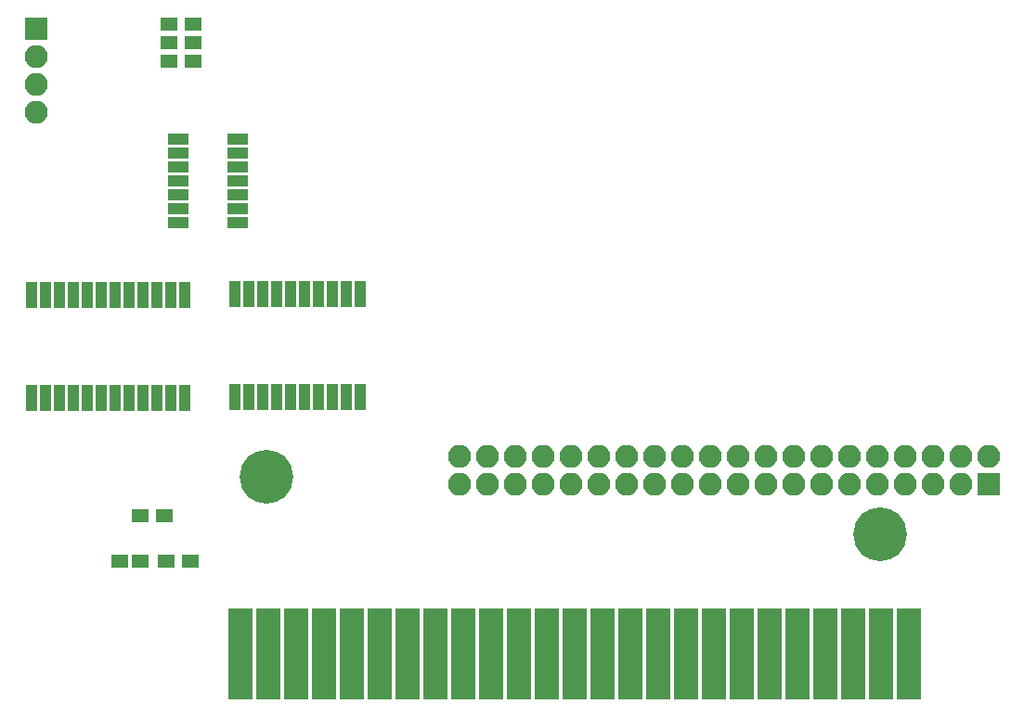
<source format=gbr>
G04 #@! TF.FileFunction,Soldermask,Bot*
%FSLAX46Y46*%
G04 Gerber Fmt 4.6, Leading zero omitted, Abs format (unit mm)*
G04 Created by KiCad (PCBNEW 4.0.7) date 01/15/20 01:18:49*
%MOMM*%
%LPD*%
G01*
G04 APERTURE LIST*
%ADD10C,0.100000*%
%ADD11R,2.100000X2.100000*%
%ADD12O,2.100000X2.100000*%
%ADD13C,4.900000*%
%ADD14R,2.200000X8.400000*%
%ADD15R,1.600000X1.150000*%
%ADD16R,1.600000X1.300000*%
%ADD17R,1.900000X1.000000*%
%ADD18R,1.000000X2.350000*%
%ADD19R,1.000000X2.400000*%
G04 APERTURE END LIST*
D10*
D11*
X195199000Y-94297500D03*
D12*
X195199000Y-91757500D03*
X192659000Y-94297500D03*
X192659000Y-91757500D03*
X190119000Y-94297500D03*
X190119000Y-91757500D03*
X187579000Y-94297500D03*
X187579000Y-91757500D03*
X185039000Y-94297500D03*
X185039000Y-91757500D03*
X182499000Y-94297500D03*
X182499000Y-91757500D03*
X179959000Y-94297500D03*
X179959000Y-91757500D03*
X177419000Y-94297500D03*
X177419000Y-91757500D03*
X174879000Y-94297500D03*
X174879000Y-91757500D03*
X172339000Y-94297500D03*
X172339000Y-91757500D03*
X169799000Y-94297500D03*
X169799000Y-91757500D03*
X167259000Y-94297500D03*
X167259000Y-91757500D03*
X164719000Y-94297500D03*
X164719000Y-91757500D03*
X162179000Y-94297500D03*
X162179000Y-91757500D03*
X159639000Y-94297500D03*
X159639000Y-91757500D03*
X157099000Y-94297500D03*
X157099000Y-91757500D03*
X154559000Y-94297500D03*
X154559000Y-91757500D03*
X152019000Y-94297500D03*
X152019000Y-91757500D03*
X149479000Y-94297500D03*
X149479000Y-91757500D03*
X146939000Y-94297500D03*
X146939000Y-91757500D03*
D13*
X185323640Y-98897440D03*
D14*
X187939840Y-109827440D03*
X185399840Y-109827440D03*
X182859840Y-109827440D03*
X180319840Y-109827440D03*
X177779840Y-109827440D03*
X175239840Y-109827440D03*
X172699840Y-109827440D03*
X170159840Y-109827440D03*
X167619840Y-109827440D03*
X165079840Y-109827440D03*
X162539840Y-109827440D03*
X159999840Y-109827440D03*
X157459840Y-109827440D03*
X154919840Y-109827440D03*
X152379840Y-109827440D03*
X149839840Y-109827440D03*
X147299840Y-109827440D03*
X144759840Y-109827440D03*
X142219840Y-109827440D03*
X139679840Y-109827440D03*
X137139840Y-109827440D03*
X134599840Y-109827440D03*
X132059840Y-109827440D03*
X129519840Y-109827440D03*
X126979840Y-109827440D03*
D13*
X129324260Y-93695520D03*
D15*
X115951000Y-101346000D03*
X117851000Y-101346000D03*
D16*
X120502000Y-52324000D03*
X122702000Y-52324000D03*
X120502000Y-54038500D03*
X122702000Y-54038500D03*
X120502000Y-55753000D03*
X122702000Y-55753000D03*
X120228000Y-101346000D03*
X122428000Y-101346000D03*
X117878000Y-97218500D03*
X120078000Y-97218500D03*
D17*
X126710000Y-62839600D03*
X126710000Y-64109600D03*
X126710000Y-65379600D03*
X126710000Y-66649600D03*
X126710000Y-67919600D03*
X126710000Y-69189600D03*
X126710000Y-70459600D03*
X121310000Y-70459600D03*
X121310000Y-69189600D03*
X121310000Y-67919600D03*
X121310000Y-66649600D03*
X121310000Y-65379600D03*
X121310000Y-64109600D03*
X121310000Y-62839600D03*
D18*
X137922000Y-86412800D03*
X136652000Y-86412800D03*
X135382000Y-86412800D03*
X134112000Y-86412800D03*
X132842000Y-86412800D03*
X131572000Y-86412800D03*
X130302000Y-86412800D03*
X129032000Y-86412800D03*
X127762000Y-86412800D03*
X126492000Y-86412800D03*
X126492000Y-77012800D03*
X127762000Y-77012800D03*
X129032000Y-77012800D03*
X130302000Y-77012800D03*
X131572000Y-77012800D03*
X132842000Y-77012800D03*
X134112000Y-77012800D03*
X135382000Y-77012800D03*
X136652000Y-77012800D03*
X137922000Y-77012800D03*
D19*
X121869000Y-86463600D03*
X120599000Y-86463600D03*
X119329000Y-86463600D03*
X118059000Y-86463600D03*
X116789000Y-86463600D03*
X115519000Y-86463600D03*
X114249000Y-86463600D03*
X112979000Y-86463600D03*
X111709000Y-86463600D03*
X110439000Y-86463600D03*
X109169000Y-86463600D03*
X107899000Y-86463600D03*
X107899000Y-77063600D03*
X109169000Y-77063600D03*
X110439000Y-77063600D03*
X111709000Y-77063600D03*
X112979000Y-77063600D03*
X114249000Y-77063600D03*
X115519000Y-77063600D03*
X116789000Y-77063600D03*
X118059000Y-77063600D03*
X119329000Y-77063600D03*
X120599000Y-77063600D03*
X121869000Y-77063600D03*
D11*
X108331000Y-52768500D03*
D12*
X108331000Y-55308500D03*
X108331000Y-57848500D03*
X108331000Y-60388500D03*
M02*

</source>
